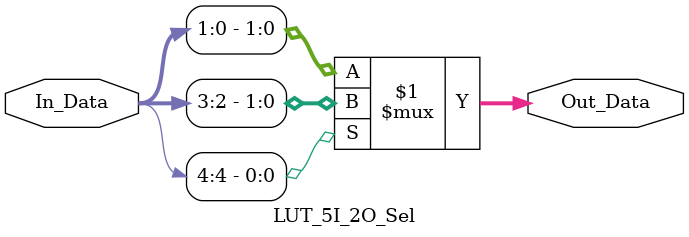
<source format=v>
`timescale 1ns / 1ps


module LUT_5I_2O_Sel(
     input wire [4:0] In_Data,
     output wire [1:0] Out_Data
    );
    
    assign Out_Data = In_Data[4]?In_Data[3:2]:In_Data[1:0];
    
endmodule

</source>
